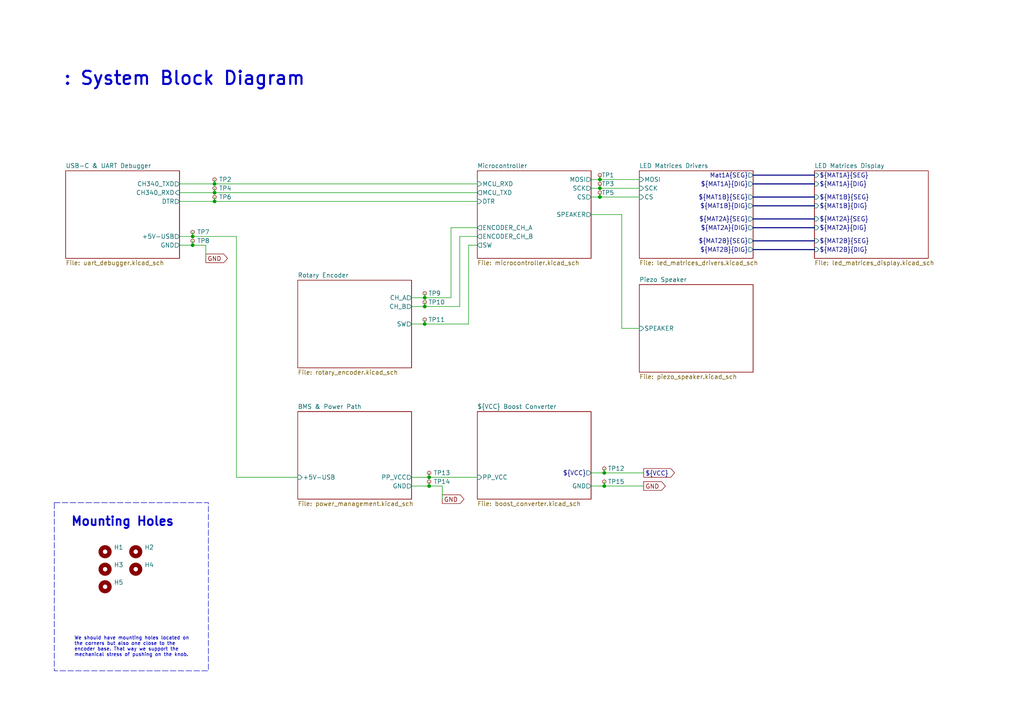
<source format=kicad_sch>
(kicad_sch (version 20250114) (generator "eeschema") (generator_version "9.0")
  (paper "A4")
  (title_block (title "Kitchen_Timer - ${SHEETNAME}") (date "2025-01-18") (rev "v01") (comment 2 "creativecommons.org/licences/4.0/") (comment 3 "Licence: CC BY 4.0") (comment 4 "Author: Nicolas Perozzi"))
  (lib_symbols
    (symbol "Connector:TestPoint_Small" (pin_numbers (hide yes)) (pin_names (offset 0.762) (hide yes))
      (property "Reference" "TP" (at 0 3.81 0))
      (property "Value" "TestPoint_Small" (at 0 2.032 0))
      (symbol "TestPoint_Small_0_1"
        (circle (center 0 0) (radius 0.508))
      )
      (symbol "TestPoint_Small_1_1"
        (pin passive line (at 0 0 90) (length 0) (name "1") (number "1"))
      )
    )
    (symbol "Mechanical:MountingHole" (pin_names (offset 1.016)) (exclude_from_sim yes) (in_bom no)
      (property "Reference" "H" (at 0 5.08 0))
      (property "Value" "MountingHole" (at 0 3.175 0))
      (symbol "MountingHole_0_1"
        (circle (center 0 0) (radius 1.27) (stroke (width 1.27)))
      )
    )
  )
  (rectangle (start 15.748 145.796) (end 60.452 194.564) (stroke (width 0) (type dash)))
  (text "Mounting Holes" (at 35.56 151.384 0) (effects (font (size 2.54 2.54) (thickness 0.508) (bold yes))))
  (text "${PROJECTNAME}: System Block Diagram" (at 18.288 22.86 0) (effects (font (size 3.81 3.81) (thickness 0.6) (bold yes)) (justify left)))
  (text_box "We should have mounting holes located on the corners but also one close to the encoder base. That way we support the mechanical stress of pushing on the knob." (at 20.574 183.388 0) (size 35.814 8.89) (margins 0.9525 0.9525 0.9525 0.9525) (stroke (width -0.0001)) (effects (font (size 1 1)) (justify left top)))
  (junction (at 175.26 140.97))
  (junction (at 123.19 93.98))
  (junction (at 175.26 137.16))
  (junction (at 173.99 52.07))
  (junction (at 173.99 54.61))
  (junction (at 62.23 58.42))
  (junction (at 124.46 138.43))
  (junction (at 123.19 86.36))
  (junction (at 124.46 140.97))
  (junction (at 123.19 88.9))
  (junction (at 55.88 68.58))
  (junction (at 62.23 53.34))
  (junction (at 55.88 71.12))
  (junction (at 173.99 57.15))
  (junction (at 62.23 55.88))
  (wire (pts (xy 124.46 139.7) (xy 124.46 140.97)))
  (bus (pts (xy 218.44 63.5) (xy 236.22 63.5)))
  (wire (pts (xy 119.38 138.43) (xy 124.46 138.43)))
  (wire (pts (xy 133.35 68.58) (xy 138.43 68.58)))
  (wire (pts (xy 133.35 88.9) (xy 133.35 68.58)))
  (bus (pts (xy 218.44 69.85) (xy 236.22 69.85)))
  (wire (pts (xy 180.34 95.25) (xy 185.42 95.25)))
  (wire (pts (xy 123.19 88.9) (xy 133.35 88.9)))
  (wire (pts (xy 62.23 55.88) (xy 138.43 55.88)))
  (wire (pts (xy 124.46 140.97) (xy 128.27 140.97)))
  (wire (pts (xy 123.19 93.98) (xy 135.89 93.98)))
  (bus (pts (xy 218.44 53.34) (xy 236.22 53.34)))
  (wire (pts (xy 175.26 140.97) (xy 186.69 140.97)))
  (wire (pts (xy 173.99 52.07) (xy 185.42 52.07)))
  (wire (pts (xy 52.07 53.34) (xy 62.23 53.34)))
  (wire (pts (xy 135.89 93.98) (xy 135.89 71.12)))
  (bus (pts (xy 218.44 57.15) (xy 236.22 57.15)))
  (bus (pts (xy 218.44 66.04) (xy 236.22 66.04)))
  (wire (pts (xy 173.99 54.61) (xy 185.42 54.61)))
  (wire (pts (xy 55.88 68.58) (xy 68.58 68.58)))
  (wire (pts (xy 171.45 140.97) (xy 175.26 140.97)))
  (wire (pts (xy 62.23 54.61) (xy 62.23 55.88)))
  (wire (pts (xy 171.45 137.16) (xy 175.26 137.16)))
  (wire (pts (xy 52.07 55.88) (xy 62.23 55.88)))
  (wire (pts (xy 135.89 71.12) (xy 138.43 71.12)))
  (wire (pts (xy 119.38 88.9) (xy 123.19 88.9)))
  (wire (pts (xy 180.34 62.23) (xy 180.34 95.25)))
  (wire (pts (xy 123.19 86.36) (xy 130.81 86.36)))
  (wire (pts (xy 173.99 50.8) (xy 173.99 52.07)))
  (wire (pts (xy 171.45 52.07) (xy 173.99 52.07)))
  (wire (pts (xy 171.45 54.61) (xy 173.99 54.61)))
  (wire (pts (xy 123.19 92.71) (xy 123.19 93.98)))
  (wire (pts (xy 68.58 138.43) (xy 86.36 138.43)))
  (wire (pts (xy 52.07 68.58) (xy 55.88 68.58)))
  (wire (pts (xy 128.27 140.97) (xy 128.27 144.78)))
  (wire (pts (xy 55.88 68.58) (xy 55.88 67.31)))
  (wire (pts (xy 52.07 71.12) (xy 55.88 71.12)))
  (wire (pts (xy 123.19 87.63) (xy 123.19 88.9)))
  (wire (pts (xy 175.26 139.7) (xy 175.26 140.97)))
  (wire (pts (xy 124.46 138.43) (xy 138.43 138.43)))
  (bus (pts (xy 236.22 50.8) (xy 218.44 50.8)))
  (wire (pts (xy 68.58 68.58) (xy 68.58 138.43)))
  (wire (pts (xy 62.23 52.07) (xy 62.23 53.34)))
  (wire (pts (xy 119.38 86.36) (xy 123.19 86.36)))
  (wire (pts (xy 119.38 140.97) (xy 124.46 140.97)))
  (wire (pts (xy 62.23 57.15) (xy 62.23 58.42)))
  (bus (pts (xy 218.44 59.69) (xy 236.22 59.69)))
  (wire (pts (xy 55.88 71.12) (xy 59.69 71.12)))
  (wire (pts (xy 123.19 85.09) (xy 123.19 86.36)))
  (wire (pts (xy 124.46 137.16) (xy 124.46 138.43)))
  (wire (pts (xy 130.81 86.36) (xy 130.81 66.04)))
  (wire (pts (xy 173.99 57.15) (xy 185.42 57.15)))
  (wire (pts (xy 175.26 135.89) (xy 175.26 137.16)))
  (wire (pts (xy 62.23 53.34) (xy 138.43 53.34)))
  (wire (pts (xy 171.45 57.15) (xy 173.99 57.15)))
  (wire (pts (xy 173.99 53.34) (xy 173.99 54.61)))
  (wire (pts (xy 171.45 62.23) (xy 180.34 62.23)))
  (wire (pts (xy 119.38 93.98) (xy 123.19 93.98)))
  (wire (pts (xy 59.69 71.12) (xy 59.69 74.93)))
  (bus (pts (xy 218.44 72.39) (xy 236.22 72.39)))
  (wire (pts (xy 175.26 137.16) (xy 186.69 137.16)))
  (wire (pts (xy 52.07 58.42) (xy 62.23 58.42)))
  (wire (pts (xy 55.88 69.85) (xy 55.88 71.12)))
  (wire (pts (xy 173.99 55.88) (xy 173.99 57.15)))
  (wire (pts (xy 62.23 58.42) (xy 138.43 58.42)))
  (wire (pts (xy 130.81 66.04) (xy 138.43 66.04)))
  (global_label "${VCC}" (shape output) (at 186.69 137.16 0) (property "Intersheetrefs" "${INTERSHEET_REFS}" (effects (hide yes))))
  (global_label "GND" (shape output) (at 59.69 74.93 0) (property "Intersheetrefs" "${INTERSHEET_REFS}" (effects (hide yes))))
  (global_label "GND" (shape output) (at 128.27 144.78 0) (property "Intersheetrefs" "${INTERSHEET_REFS}" (effects (hide yes))))
  (global_label "GND" (shape output) (at 186.69 140.97 0) (property "Intersheetrefs" "${INTERSHEET_REFS}" (effects (hide yes))))
  (symbol (lib_id "Connector:TestPoint_Small") (at 123.19 92.71 0) (unit 1)
    (property "Reference" "TP11" (at 124.206 92.71 0) (effects (justify left)))
    (property "Value" "TestPoint" (effects (hide yes)))
    (property "Footprint" "TestPoint:TestPoint_Pad_D2.0mm" (effects (hide yes)))
    (property "Description" "Test Point, 2.0mm" (effects (hide yes)))
  )
  (symbol (lib_id "Connector:TestPoint_Small") (at 124.46 139.7 0) (unit 1)
    (property "Reference" "TP14" (at 125.73 139.7 0) (effects (justify left)))
    (property "Value" "TestPoint" (effects (hide yes)))
    (property "Footprint" "TestPoint:TestPoint_Pad_D2.0mm" (effects (hide yes)))
    (property "Description" "Test Point, 2.0mm" (effects (hide yes)))
  )
  (symbol (lib_id "Connector:TestPoint_Small") (at 175.26 139.7 0) (unit 1)
    (property "Reference" "TP15" (at 176.276 139.7 0) (effects (justify left)))
    (property "Value" "TestPoint" (effects (hide yes)))
    (property "Footprint" "TestPoint:TestPoint_Pad_D2.0mm" (effects (hide yes)))
    (property "Description" "Test Point, 2.0mm" (effects (hide yes)))
  )
  (symbol (lib_id "Connector:TestPoint_Small") (at 62.23 52.07 0) (unit 1)
    (property "Reference" "TP2" (at 63.5 52.07 0) (effects (justify left)))
    (property "Value" "TestPoint" (effects (hide yes)))
    (property "Footprint" "TestPoint:TestPoint_Pad_D2.0mm" (effects (hide yes)))
    (property "Description" "Test Point, 2.0mm" (effects (hide yes)))
  )
  (symbol (lib_id "Mechanical:MountingHole") (at 39.37 160.02 0) (unit 1) (in_bom no)
    (property "Reference" "H2" (at 41.91 158.7499 0) (effects (justify left)))
    (property "Value" "MountingHole" (effects (hide yes)))
    (property "Footprint" "MountingHole:MountingHole_2.2mm_M2" (effects (hide yes)))
    (property "Description" "Mounting Hole without connection" (effects (hide yes)))
  )
  (symbol (lib_id "Connector:TestPoint_Small") (at 173.99 50.8 0) (unit 1)
    (property "Reference" "TP1" (at 174.498 50.8 0) (effects (justify left)))
    (property "Value" "TestPoint" (effects (hide yes)))
    (property "Footprint" "TestPoint:TestPoint_Pad_D2.0mm" (effects (hide yes)))
    (property "Description" "Test Point, 2.0mm" (effects (hide yes)))
  )
  (symbol (lib_id "Mechanical:MountingHole") (at 39.37 165.1 0) (unit 1) (in_bom no)
    (property "Reference" "H4" (at 41.91 163.8299 0) (effects (justify left)))
    (property "Value" "MountingHole" (effects (hide yes)))
    (property "Footprint" "MountingHole:MountingHole_2.2mm_M2" (effects (hide yes)))
    (property "Description" "Mounting Hole without connection" (effects (hide yes)))
  )
  (symbol (lib_id "Connector:TestPoint_Small") (at 173.99 53.34 0) (unit 1)
    (property "Reference" "TP3" (at 174.498 53.34 0) (effects (justify left)))
    (property "Value" "TestPoint" (effects (hide yes)))
    (property "Footprint" "TestPoint:TestPoint_Pad_D2.0mm" (effects (hide yes)))
    (property "Description" "Test Point, 2.0mm" (effects (hide yes)))
  )
  (symbol (lib_id "Mechanical:MountingHole") (at 30.48 160.02 0) (unit 1) (in_bom no)
    (property "Reference" "H1" (at 33.02 158.7499 0) (effects (justify left)))
    (property "Value" "MountingHole" (effects (hide yes)))
    (property "Footprint" "MountingHole:MountingHole_2.2mm_M2" (effects (hide yes)))
    (property "Description" "Mounting Hole without connection" (effects (hide yes)))
  )
  (symbol (lib_id "Connector:TestPoint_Small") (at 175.26 135.89 0) (unit 1)
    (property "Reference" "TP12" (at 176.276 135.89 0) (effects (justify left)))
    (property "Value" "TestPoint" (effects (hide yes)))
    (property "Footprint" "TestPoint:TestPoint_Pad_D2.0mm" (effects (hide yes)))
    (property "Description" "Test Point, 2.0mm" (effects (hide yes)))
  )
  (symbol (lib_id "Connector:TestPoint_Small") (at 123.19 87.63 0) (unit 1)
    (property "Reference" "TP10" (at 124.206 87.63 0) (effects (justify left)))
    (property "Value" "TestPoint" (effects (hide yes)))
    (property "Footprint" "TestPoint:TestPoint_Pad_D2.0mm" (effects (hide yes)))
    (property "Description" "Test Point, 2.0mm" (effects (hide yes)))
  )
  (symbol (lib_id "Connector:TestPoint_Small") (at 62.23 57.15 0) (unit 1)
    (property "Reference" "TP6" (at 63.5 57.15 0) (effects (justify left)))
    (property "Value" "TestPoint" (effects (hide yes)))
    (property "Footprint" "TestPoint:TestPoint_Pad_D2.0mm" (effects (hide yes)))
    (property "Description" "Test Point, 2.0mm" (effects (hide yes)))
  )
  (symbol (lib_id "Connector:TestPoint_Small") (at 123.19 85.09 0) (unit 1)
    (property "Reference" "TP9" (at 124.206 85.09 0) (effects (justify left)))
    (property "Value" "TestPoint" (effects (hide yes)))
    (property "Footprint" "TestPoint:TestPoint_Pad_D2.0mm" (effects (hide yes)))
    (property "Description" "Test Point, 2.0mm" (effects (hide yes)))
  )
  (symbol (lib_id "Connector:TestPoint_Small") (at 124.46 137.16 0) (unit 1)
    (property "Reference" "TP13" (at 125.73 137.16 0) (effects (justify left)))
    (property "Value" "TestPoint" (effects (hide yes)))
    (property "Footprint" "TestPoint:TestPoint_Pad_D2.0mm" (effects (hide yes)))
    (property "Description" "Test Point, 2.0mm" (effects (hide yes)))
  )
  (symbol (lib_id "Connector:TestPoint_Small") (at 62.23 54.61 0) (unit 1)
    (property "Reference" "TP4" (at 63.5 54.61 0) (effects (justify left)))
    (property "Value" "TestPoint" (effects (hide yes)))
    (property "Footprint" "TestPoint:TestPoint_Pad_D2.0mm" (effects (hide yes)))
    (property "Description" "Test Point, 2.0mm" (effects (hide yes)))
  )
  (symbol (lib_id "Connector:TestPoint_Small") (at 55.88 67.31 0) (unit 1)
    (property "Reference" "TP7" (at 57.15 67.31 0) (effects (justify left)))
    (property "Value" "TestPoint" (effects (hide yes)))
    (property "Footprint" "TestPoint:TestPoint_Pad_D2.0mm" (effects (hide yes)))
    (property "Description" "Test Point, 2.0mm" (effects (hide yes)))
  )
  (symbol (lib_id "Connector:TestPoint_Small") (at 55.88 69.85 0) (unit 1)
    (property "Reference" "TP8" (at 57.15 69.85 0) (effects (justify left)))
    (property "Value" "TestPoint" (effects (hide yes)))
    (property "Footprint" "TestPoint:TestPoint_Pad_D2.0mm" (effects (hide yes)))
    (property "Description" "Test Point, 2.0mm" (effects (hide yes)))
  )
  (symbol (lib_id "Connector:TestPoint_Small") (at 173.99 55.88 0) (unit 1)
    (property "Reference" "TP5" (at 174.498 55.88 0) (effects (justify left)))
    (property "Value" "TestPoint" (effects (hide yes)))
    (property "Footprint" "TestPoint:TestPoint_Pad_D2.0mm" (effects (hide yes)))
    (property "Description" "Test Point, 2.0mm" (effects (hide yes)))
  )
  (symbol (lib_id "Mechanical:MountingHole") (at 30.48 165.1 0) (unit 1) (in_bom no)
    (property "Reference" "H3" (at 33.02 163.8299 0) (effects (justify left)))
    (property "Value" "MountingHole" (effects (hide yes)))
    (property "Footprint" "MountingHole:MountingHole_2.2mm_M2" (effects (hide yes)))
    (property "Description" "Mounting Hole without connection" (effects (hide yes)))
  )
  (symbol (lib_id "Mechanical:MountingHole") (at 30.48 170.18 0) (unit 1) (in_bom no)
    (property "Reference" "H5" (at 33.02 168.9099 0) (effects (justify left)))
    (property "Value" "MountingHole" (effects (hide yes)))
    (property "Footprint" "MountingHole:MountingHole_2.2mm_M2" (effects (hide yes)))
    (property "Description" "Mounting Hole without connection" (effects (hide yes)))
  )
  (sheet (at 86.36 81.28) (size 33.02 25.4) (stroke (width 0.1524))
    (property "Sheetname" "Rotary Encoder" (at 86.36 80.5684 0) (effects (justify left bottom)))
    (property "Sheetfile" "rotary_encoder.kicad_sch" (at 86.36 107.2646 0) (effects (justify left top)))
    (pin "CH_A" output (at 119.38 86.36 0))
    (pin "CH_B" output (at 119.38 88.9 0))
    (pin "SW" output (at 119.38 93.98 0))
  )
  (sheet (at 185.42 49.53) (size 33.02 25.4) (stroke (width 0.1524))
    (property "Sheetname" "LED Matrices Drivers" (at 185.42 48.8184 0) (effects (justify left bottom)))
    (property "Sheetfile" "led_matrices_drivers.kicad_sch" (at 185.42 75.5146 0) (effects (justify left top)))
    (pin "MOSI" input (at 185.42 52.07 180))
    (pin "SCK" input (at 185.42 54.61 180))
    (pin "CS" input (at 185.42 57.15 180))
    (pin "Mat1A{SEG}" output (at 218.44 50.8 0))
    (pin "${MAT1A}{DIG}" output (at 218.44 53.34 0))
    (pin "${MAT1B}{DIG}" output (at 218.44 59.69 0))
    (pin "${MAT1B}{SEG}" output (at 218.44 57.15 0))
    (pin "${MAT2A}{DIG}" output (at 218.44 66.04 0))
    (pin "${MAT2A}{SEG}" output (at 218.44 63.5 0))
    (pin "${MAT2B}{DIG}" output (at 218.44 72.39 0))
    (pin "${MAT2B}{SEG}" output (at 218.44 69.85 0))
  )
  (sheet (at 236.22 49.53) (size 33.02 25.4) (stroke (width 0.1524))
    (property "Sheetname" "LED Matrices Display" (at 236.22 48.8184 0) (effects (justify left bottom)))
    (property "Sheetfile" "led_matrices_display.kicad_sch" (at 236.22 75.5146 0) (effects (justify left top)))
    (pin "${MAT1A}{DIG}" input (at 236.22 53.34 180))
    (pin "${MAT1A}{SEG}" input (at 236.22 50.8 180))
    (pin "${MAT1B}{DIG}" input (at 236.22 59.69 180))
    (pin "${MAT1B}{SEG}" input (at 236.22 57.15 180))
    (pin "${MAT2A}{DIG}" input (at 236.22 66.04 180))
    (pin "${MAT2A}{SEG}" input (at 236.22 63.5 180))
    (pin "${MAT2B}{DIG}" input (at 236.22 72.39 180))
    (pin "${MAT2B}{SEG}" input (at 236.22 69.85 180))
  )
  (sheet (at 138.43 119.38) (size 33.02 25.4) (stroke (width 0.1524))
    (property "Sheetname" "${VCC} Boost Converter" (at 138.43 118.6684 0) (effects (justify left bottom)))
    (property "Sheetfile" "boost_converter.kicad_sch" (at 138.43 145.3646 0) (effects (justify left top)))
    (pin "PP_VCC" input (at 138.43 138.43 180))
    (pin "GND" output (at 171.45 140.97 0))
    (pin "${VCC}" output (at 171.45 137.16 0))
  )
  (sheet (at 138.43 49.53) (size 33.02 25.4) (stroke (width 0.1524))
    (property "Sheetname" "Microcontroller" (at 138.43 48.8184 0) (effects (justify left bottom)))
    (property "Sheetfile" "microcontroller.kicad_sch" (at 138.43 75.5146 0) (effects (justify left top)))
    (pin "DTR" input (at 138.43 58.42 180))
    (pin "MOSI" output (at 171.45 52.07 0))
    (pin "SCK" output (at 171.45 54.61 0))
    (pin "CS" output (at 171.45 57.15 0))
    (pin "SPEAKER" output (at 171.45 62.23 0))
    (pin "ENCODER_CH_A" output (at 138.43 66.04 180))
    (pin "SW" output (at 138.43 71.12 180))
    (pin "ENCODER_CH_B" output (at 138.43 68.58 180))
    (pin "MCU_RXD" input (at 138.43 53.34 180))
    (pin "MCU_TXD" output (at 138.43 55.88 180))
  )
  (sheet (at 86.36 119.38) (size 33.02 25.4) (stroke (width 0.1524))
    (property "Sheetname" "BMS & Power Path" (at 86.36 118.6684 0) (effects (justify left bottom)))
    (property "Sheetfile" "power_management.kicad_sch" (at 86.36 145.3646 0) (effects (justify left top)))
    (pin "+5V-USB" input (at 86.36 138.43 180))
    (pin "PP_VCC" output (at 119.38 138.43 0))
    (pin "GND" output (at 119.38 140.97 0))
  )
  (sheet (at 185.42 82.55) (size 33.02 25.4) (stroke (width 0.1524))
    (property "Sheetname" "Piezo Speaker" (at 185.42 81.8384 0) (effects (justify left bottom)))
    (property "Sheetfile" "piezo_speaker.kicad_sch" (at 185.42 108.5346 0) (effects (justify left top)))
    (pin "SPEAKER" input (at 185.42 95.25 180))
  )
  (sheet (at 19.05 49.53) (size 33.02 25.4) (stroke (width 0.1524))
    (property "Sheetname" "USB-C & UART Debugger" (at 19.05 48.8184 0) (effects (justify left bottom)))
    (property "Sheetfile" "uart_debugger.kicad_sch" (at 19.05 75.5146 0) (effects (justify left top)))
    (pin "DTR" output (at 52.07 58.42 0))
    (pin "+5V-USB" output (at 52.07 68.58 0))
    (pin "CH340_RXD" input (at 52.07 55.88 0))
    (pin "­CH340_TXD" output (at 52.07 53.34 0))
    (pin "GND" output (at 52.07 71.12 0))
  )
)
</source>
